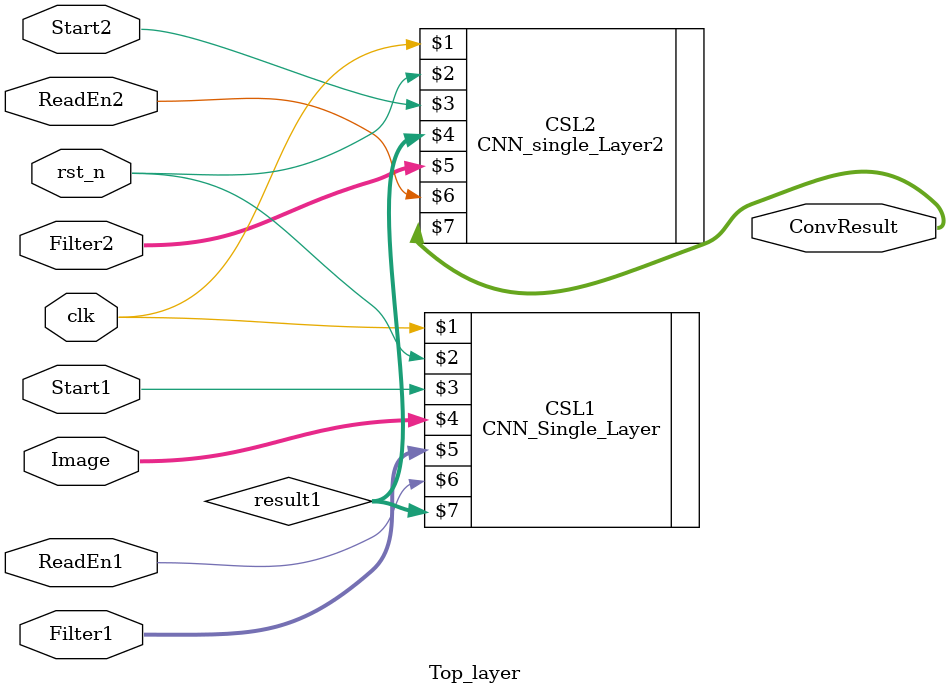
<source format=v>
`timescale 1ns / 1ps


module Top_layer(clk, rst_n, Start1, Image, Filter1, ReadEn1,
                  Start2, Filter2, ReadEn2, ConvResult);
input clk, rst_n;
//Layer 1 input signals
input Start1;
input [3:0] Image;
input signed [3:0] Filter1;
input ReadEn1;
//Layer 2 input signals
input Start2;
input signed [9:0] Filter2;
input ReadEn2;
//Layer 2 output signals
output signed [21:0] ConvResult;
wire [9:0] result1;
CNN_Single_Layer CSL1(clk, rst_n, Start1, Image, Filter1, ReadEn1, result1);
 CNN_single_Layer2 CSL2(clk, rst_n, Start2, result1, Filter2, ReadEn2, ConvResult);
endmodule

</source>
